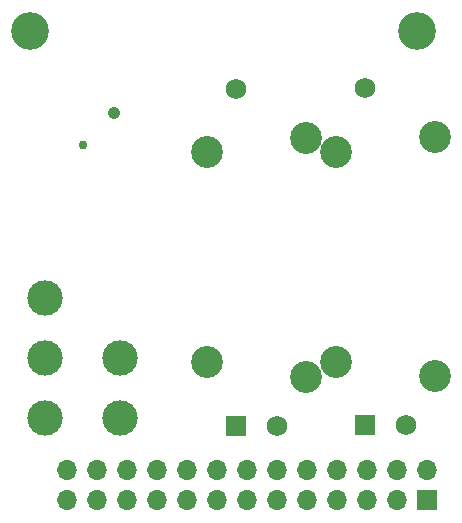
<source format=gbr>
G04 #@! TF.GenerationSoftware,KiCad,Pcbnew,7.0.9*
G04 #@! TF.CreationDate,2025-01-29T12:58:33-06:00*
G04 #@! TF.ProjectId,powertrain,706f7765-7274-4726-9169-6e2e6b696361,rev?*
G04 #@! TF.SameCoordinates,Original*
G04 #@! TF.FileFunction,Soldermask,Bot*
G04 #@! TF.FilePolarity,Negative*
%FSLAX46Y46*%
G04 Gerber Fmt 4.6, Leading zero omitted, Abs format (unit mm)*
G04 Created by KiCad (PCBNEW 7.0.9) date 2025-01-29 12:58:33*
%MOMM*%
%LPD*%
G01*
G04 APERTURE LIST*
%ADD10R,1.750000X1.750000*%
%ADD11C,1.750000*%
%ADD12C,2.700000*%
%ADD13C,3.000000*%
%ADD14C,3.200000*%
%ADD15R,1.700000X1.700000*%
%ADD16O,1.700000X1.700000*%
%ADD17C,0.750000*%
%ADD18C,1.050000*%
G04 APERTURE END LIST*
D10*
X63900000Y-57116000D03*
D11*
X67400000Y-57116000D03*
X63900000Y-28616000D03*
D12*
X69850000Y-52966000D03*
X61450000Y-51766000D03*
X61450000Y-33966000D03*
X69850000Y-32766000D03*
D13*
X43180000Y-56515000D03*
X36830000Y-51435000D03*
X36830000Y-56515000D03*
X36830000Y-46355000D03*
D10*
X52978000Y-57166000D03*
D11*
X56478000Y-57166000D03*
X52978000Y-28666000D03*
D12*
X58928000Y-53016000D03*
X50528000Y-51816000D03*
X50528000Y-34016000D03*
X58928000Y-32816000D03*
D13*
X43180000Y-51435000D03*
D14*
X35560000Y-23749000D03*
X68326000Y-23749000D03*
D15*
X69215000Y-63500000D03*
D16*
X69215000Y-60960000D03*
X66675000Y-63500000D03*
X66675000Y-60960000D03*
X64135000Y-63500000D03*
X64135000Y-60960000D03*
X61595000Y-63500000D03*
X61595000Y-60960000D03*
X59055000Y-63500000D03*
X59055000Y-60960000D03*
X56515000Y-63500000D03*
X56515000Y-60960000D03*
X53975000Y-63500000D03*
X53975000Y-60960000D03*
X51435000Y-63500000D03*
X51435000Y-60960000D03*
X48895000Y-63500000D03*
X48895000Y-60960000D03*
X46355000Y-63500000D03*
X46355000Y-60960000D03*
X43815000Y-63500000D03*
X43815000Y-60960000D03*
X41275000Y-63500000D03*
X41275000Y-60960000D03*
X38735000Y-63500000D03*
X38735000Y-60960000D03*
D17*
X40023142Y-33382858D03*
D18*
X42710148Y-30695852D03*
M02*

</source>
